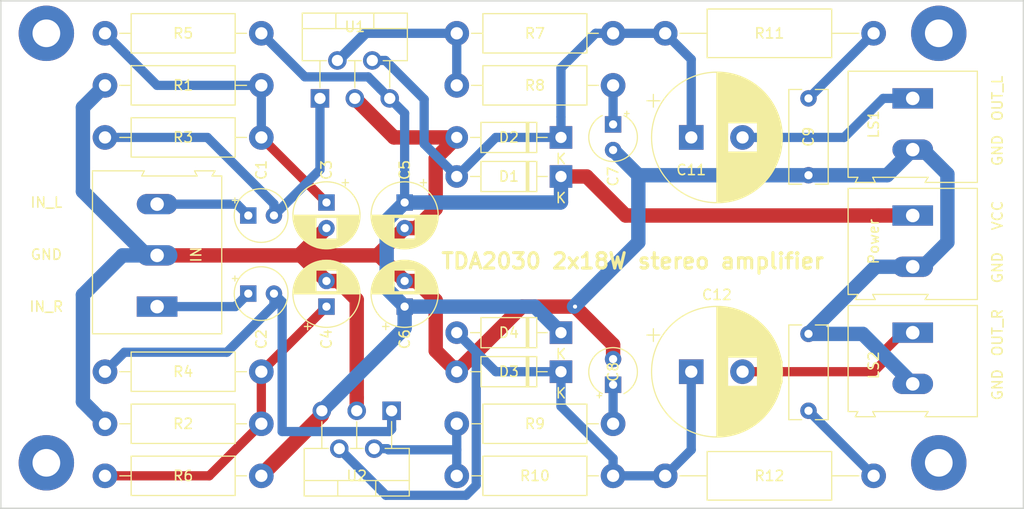
<source format=kicad_pcb>
(kicad_pcb (version 20171130) (host pcbnew "(5.0.0)")
  (layers (0 F.Cu signal) (31 B.Cu signal) (34 B.Paste user) (35 F.Paste user hide) (36 B.SilkS user) (37 F.SilkS user) (38 B.Mask user) (39 F.Mask user) (44 Edge.Cuts user))
  (net 0 "")
  (net 1 "Net-(C1-Pad2)")
  (net 2 "Net-(C1-Pad1)")
  (net 3 "Net-(C2-Pad1)")
  (net 4 "Net-(C2-Pad2)")
  (net 5 GND)
  (net 6 "Net-(C3-Pad1)")
  (net 7 "Net-(C4-Pad1)")
  (net 8 VCC)
  (net 9 "Net-(C7-Pad1)")
  (net 10 "Net-(C8-Pad1)")
  (net 11 "Net-(C9-Pad1)")
  (net 12 "Net-(C10-Pad1)")
  (net 13 "Net-(C11-Pad2)")
  (net 14 "Net-(C11-Pad1)")
  (net 15 "Net-(C12-Pad1)")
  (net 16 "Net-(C12-Pad2)")
  (net 17 "Net-(R7-Pad2)")
  (net 18 "Net-(R10-Pad2)")
  (net 19 "Net-(MH3-Pad1)")
  (net 20 "Net-(MH2-Pad1)")
  (net 21 "Net-(MH4-Pad1)")
  (net 22 "Net-(MH1-Pad1)")
  (module MountingHole:MountingHole_2.7mm_M2.5_Pad (layer F.Cu) (at 22.225 91.44)
    (fp_text reference MH1 hide)
    (fp_text value MountingHole_Pad)
    (pad 1 thru_hole circle (at 0 0) (size 5.4 5.4) (drill 2.7) (layers *.Cu *.Mask) (net 22 "Net-(MH1-Pad1)"))
  )
  (module MountingHole:MountingHole_2.7mm_M2.5_Pad (layer F.Cu) (at 22.225 49.53)
    (fp_text reference MH4 hide)
    (fp_text value MountingHole_Pad)
    (pad 1 thru_hole circle (at 0 0) (size 5.4 5.4) (drill 2.7) (layers *.Cu *.Mask) (net 21 "Net-(MH4-Pad1)"))
  )
  (module MountingHole:MountingHole_2.7mm_M2.5_Pad (layer F.Cu) (at 109.22 49.53)
    (fp_text reference MH2 hide)
    (fp_text value MountingHole_Pad)
    (pad 1 thru_hole circle (at 0 0) (size 5.4 5.4) (drill 2.7) (layers *.Cu *.Mask) (net 20 "Net-(MH2-Pad1)"))
  )
  (module MountingHole:MountingHole_2.7mm_M2.5_Pad (layer F.Cu) (at 109.22 91.44)
    (fp_text reference MH3 hide)
    (fp_text value MountingHole_Pad)
    (pad 1 thru_hole circle (at 0 0) (size 5.4 5.4) (drill 2.7) (layers *.Cu *.Mask) (net 19 "Net-(MH3-Pad1)"))
  )
  (module Capacitor_THT:CP_Radial_Tantal_D5.0mm_P2.50mm (layer F.Cu) (at 41.91 67.31)
    (fp_text reference C1 (at 1.27 -4.445 90) (layer F.SilkS))
    (fp_text value 10u)
    (pad 1 thru_hole rect (at 0 0) (size 1.6 1.6) (drill 0.8) (layers *.Cu *.Mask) (net 2 "Net-(C1-Pad1)"))
    (pad 2 thru_hole circle (at 2.5 0) (size 1.6 1.6) (drill 0.8) (layers *.Cu *.Mask) (net 1 "Net-(C1-Pad2)"))
  )
  (module Capacitor_THT:CP_Radial_Tantal_D5.0mm_P2.50mm (layer F.Cu) (at 41.91 74.93)
    (fp_text reference C2 (at 1.27 4.445 90) (layer F.SilkS))
    (fp_text value 10u)
    (pad 1 thru_hole rect (at 0 0) (size 1.6 1.6) (drill 0.8) (layers *.Cu *.Mask) (net 3 "Net-(C2-Pad1)"))
    (pad 2 thru_hole circle (at 2.5 0) (size 1.6 1.6) (drill 0.8) (layers *.Cu *.Mask) (net 4 "Net-(C2-Pad2)"))
  )
  (module Capacitor_THT:CP_Radial_D6.3mm_P2.50mm (layer F.Cu) (at 49.53 66.04 270)
    (fp_text reference C3 (at -3.175 0 270) (layer F.SilkS))
    (fp_text value 22u/40V)
    (pad 2 thru_hole circle (at 2.5 0 270) (size 1.6 1.6) (drill 0.8) (layers *.Cu *.Mask) (net 5 GND))
    (pad 1 thru_hole rect (at 0 0 270) (size 1.6 1.6) (drill 0.8) (layers *.Cu *.Mask) (net 6 "Net-(C3-Pad1)"))
  )
  (module Capacitor_THT:CP_Radial_D6.3mm_P2.50mm (layer F.Cu) (at 49.53 76.2 90)
    (fp_text reference C4 (at -3.175 0 90) (layer F.SilkS))
    (fp_text value 22u/40V)
    (pad 1 thru_hole rect (at 0 0 90) (size 1.6 1.6) (drill 0.8) (layers *.Cu *.Mask) (net 7 "Net-(C4-Pad1)"))
    (pad 2 thru_hole circle (at 2.5 0 90) (size 1.6 1.6) (drill 0.8) (layers *.Cu *.Mask) (net 5 GND))
  )
  (module Capacitor_THT:CP_Radial_D6.3mm_P2.50mm (layer F.Cu) (at 57.15 66.04 270)
    (fp_text reference C5 (at -3.175 0 270) (layer F.SilkS))
    (fp_text value 22u/40V)
    (pad 1 thru_hole rect (at 0 0 270) (size 1.6 1.6) (drill 0.8) (layers *.Cu *.Mask) (net 8 VCC))
    (pad 2 thru_hole circle (at 2.5 0 270) (size 1.6 1.6) (drill 0.8) (layers *.Cu *.Mask) (net 5 GND))
  )
  (module Package_TO_SOT_THT:TO-220-5_P3.4x3.7mm_StaggerOdd_Lead3.8mm_Vertical (layer F.Cu) (at 55.88 86.36 180)
    (fp_text reference U2 (at 3.4 -6.35 180) (layer F.SilkS))
    (fp_text value TDA2030)
    (pad 5 thru_hole oval (at 6.8 0 180) (size 1.8 1.8) (drill 1.1) (layers *.Cu *.Mask) (net 8 VCC))
    (pad 4 thru_hole oval (at 5.1 -3.7 180) (size 1.8 1.8) (drill 1.1) (layers *.Cu *.Mask) (net 15 "Net-(C12-Pad1)"))
    (pad 3 thru_hole oval (at 3.4 0 180) (size 1.8 1.8) (drill 1.1) (layers *.Cu *.Mask) (net 5 GND))
    (pad 2 thru_hole oval (at 1.7 -3.7 180) (size 1.8 1.8) (drill 1.1) (layers *.Cu *.Mask) (net 18 "Net-(R10-Pad2)"))
    (pad 1 thru_hole rect (at 0 0 180) (size 1.8 1.8) (drill 1.1) (layers *.Cu *.Mask) (net 4 "Net-(C2-Pad2)"))
  )
  (module Package_TO_SOT_THT:TO-220-5_P3.4x3.7mm_StaggerOdd_Lead3.8mm_Vertical (layer F.Cu) (at 48.895 55.88)
    (fp_text reference U1 (at 3.4 -6.985) (layer F.SilkS))
    (fp_text value TDA2030)
    (pad 1 thru_hole rect (at 0 0) (size 1.8 1.8) (drill 1.1) (layers *.Cu *.Mask) (net 1 "Net-(C1-Pad2)"))
    (pad 2 thru_hole oval (at 1.7 -3.7) (size 1.8 1.8) (drill 1.1) (layers *.Cu *.Mask) (net 17 "Net-(R7-Pad2)"))
    (pad 3 thru_hole oval (at 3.4 0) (size 1.8 1.8) (drill 1.1) (layers *.Cu *.Mask) (net 5 GND))
    (pad 4 thru_hole oval (at 5.1 -3.7) (size 1.8 1.8) (drill 1.1) (layers *.Cu *.Mask) (net 14 "Net-(C11-Pad1)"))
    (pad 5 thru_hole oval (at 6.8 0) (size 1.8 1.8) (drill 1.1) (layers *.Cu *.Mask) (net 8 VCC))
  )
  (module Resistor_THT:R_Axial_DIN0411_L9.9mm_D3.6mm_P15.24mm_Horizontal (layer F.Cu) (at 43.18 54.61 180)
    (fp_text reference R1 (at 7.62 0 180) (layer F.SilkS))
    (fp_text value 100k)
    (pad 1 thru_hole circle (at 0 0 180) (size 2.4 2.4) (drill 1.2) (layers *.Cu *.Mask) (net 6 "Net-(C3-Pad1)"))
    (pad 2 thru_hole oval (at 15.24 0 180) (size 2.4 2.4) (drill 1.2) (layers *.Cu *.Mask) (net 5 GND))
  )
  (module TerminalBlock:TerminalBlock_Altech_AK300-2_P5.00mm (layer F.Cu) (at 106.68 67.31 270)
    (fp_text reference Power (at 2.54 3.81 270) (layer F.SilkS))
    (fp_text value Power)
    (pad 1 thru_hole rect (at 0 0 270) (size 1.98 3.96) (drill 1.32) (layers *.Cu *.Mask) (net 8 VCC))
    (pad 2 thru_hole oval (at 5 0 270) (size 1.98 3.96) (drill 1.32) (layers *.Cu *.Mask) (net 5 GND))
  )
  (module Capacitor_THT:CP_Radial_D6.3mm_P2.50mm (layer F.Cu) (at 57.15 76.2 90)
    (fp_text reference C6 (at -3.175 0 90) (layer F.SilkS))
    (fp_text value 22u/40V)
    (pad 2 thru_hole circle (at 2.5 0 90) (size 1.6 1.6) (drill 0.8) (layers *.Cu *.Mask) (net 5 GND))
    (pad 1 thru_hole rect (at 0 0 90) (size 1.6 1.6) (drill 0.8) (layers *.Cu *.Mask) (net 8 VCC))
  )
  (module Capacitor_THT:CP_Radial_Tantal_D4.5mm_P2.50mm (layer F.Cu) (at 77.47 58.42 270)
    (fp_text reference C7 (at 5.08 0 270) (layer F.SilkS))
    (fp_text value 4,7u/40V)
    (pad 2 thru_hole circle (at 2.5 0 270) (size 1.6 1.6) (drill 0.8) (layers *.Cu *.Mask) (net 5 GND))
    (pad 1 thru_hole rect (at 0 0 270) (size 1.6 1.6) (drill 0.8) (layers *.Cu *.Mask) (net 9 "Net-(C7-Pad1)"))
  )
  (module Capacitor_THT:CP_Radial_Tantal_D4.5mm_P2.50mm (layer F.Cu) (at 77.47 83.82 90)
    (fp_text reference C8 (at 1.25 0 90) (layer F.SilkS))
    (fp_text value 4,7u/40V)
    (pad 1 thru_hole rect (at 0 0 90) (size 1.6 1.6) (drill 0.8) (layers *.Cu *.Mask) (net 10 "Net-(C8-Pad1)"))
    (pad 2 thru_hole circle (at 2.5 0 90) (size 1.6 1.6) (drill 0.8) (layers *.Cu *.Mask) (net 5 GND))
  )
  (module Capacitor_THT:C_Rect_L9.0mm_W3.6mm_P7.50mm_MKT (layer F.Cu) (at 96.52 55.88 270)
    (fp_text reference C9 (at 3.75 0 270) (layer F.SilkS))
    (fp_text value 150n)
    (pad 1 thru_hole circle (at 0 0 270) (size 1.6 1.6) (drill 0.8) (layers *.Cu *.Mask) (net 11 "Net-(C9-Pad1)"))
    (pad 2 thru_hole circle (at 7.5 0 270) (size 1.6 1.6) (drill 0.8) (layers *.Cu *.Mask) (net 5 GND))
  )
  (module Capacitor_THT:C_Rect_L9.0mm_W3.6mm_P7.50mm_MKT (layer F.Cu) (at 96.52 86.36 90)
    (fp_text reference C10 (at 3.75 -3.05 90) (layer F.SilkS))
    (fp_text value 150n)
    (pad 2 thru_hole circle (at 7.5 0 90) (size 1.6 1.6) (drill 0.8) (layers *.Cu *.Mask) (net 5 GND))
    (pad 1 thru_hole circle (at 0 0 90) (size 1.6 1.6) (drill 0.8) (layers *.Cu *.Mask) (net 12 "Net-(C10-Pad1)"))
  )
  (module Capacitor_THT:CP_Radial_D12.5mm_P5.00mm (layer F.Cu) (at 85.09 59.69)
    (fp_text reference C11 (at 0 3.175) (layer F.SilkS))
    (fp_text value 1000u)
    (pad 2 thru_hole circle (at 5 0) (size 2.4 2.4) (drill 1.2) (layers *.Cu *.Mask) (net 13 "Net-(C11-Pad2)"))
    (pad 1 thru_hole rect (at 0 0) (size 2.4 2.4) (drill 1.2) (layers *.Cu *.Mask) (net 14 "Net-(C11-Pad1)"))
  )
  (module Capacitor_THT:CP_Radial_D12.5mm_P5.00mm (layer F.Cu) (at 85.09 82.55)
    (fp_text reference C12 (at 2.5 -7.5) (layer F.SilkS))
    (fp_text value 1000u)
    (pad 1 thru_hole rect (at 0 0) (size 2.4 2.4) (drill 1.2) (layers *.Cu *.Mask) (net 15 "Net-(C12-Pad1)"))
    (pad 2 thru_hole circle (at 5 0) (size 2.4 2.4) (drill 1.2) (layers *.Cu *.Mask) (net 16 "Net-(C12-Pad2)"))
  )
  (module Diode_THT:D_DO-41_SOD81_P10.16mm_Horizontal (layer F.Cu) (at 72.39 63.5 180)
    (fp_text reference D1 (at 5.08 0 180) (layer F.SilkS))
    (fp_text value 1N4007)
    (fp_text user K (at 0 -2.1 180) (layer F.SilkS))
    (pad 2 thru_hole oval (at 10.16 0 180) (size 2.2 2.2) (drill 1.1) (layers *.Cu *.Mask) (net 14 "Net-(C11-Pad1)"))
    (pad 1 thru_hole rect (at 0 0 180) (size 2.2 2.2) (drill 1.1) (layers *.Cu *.Mask) (net 8 VCC))
  )
  (module Diode_THT:D_DO-41_SOD81_P10.16mm_Horizontal (layer F.Cu) (at 72.39 59.69 180)
    (fp_text reference D2 (at 5.08 0 180) (layer F.SilkS))
    (fp_text value 1N4007)
    (fp_text user K (at 0 -2.1 180) (layer F.SilkS))
    (pad 1 thru_hole rect (at 0 0 180) (size 2.2 2.2) (drill 1.1) (layers *.Cu *.Mask) (net 14 "Net-(C11-Pad1)"))
    (pad 2 thru_hole oval (at 10.16 0 180) (size 2.2 2.2) (drill 1.1) (layers *.Cu *.Mask) (net 5 GND))
  )
  (module Diode_THT:D_DO-41_SOD81_P10.16mm_Horizontal (layer F.Cu) (at 72.39 82.55 180)
    (fp_text reference D3 (at 5.08 0 180) (layer F.SilkS))
    (fp_text value 1N4007)
    (fp_text user K (at 0 -2.1 180) (layer F.SilkS))
    (pad 2 thru_hole oval (at 10.16 0 180) (size 2.2 2.2) (drill 1.1) (layers *.Cu *.Mask) (net 5 GND))
    (pad 1 thru_hole rect (at 0 0 180) (size 2.2 2.2) (drill 1.1) (layers *.Cu *.Mask) (net 15 "Net-(C12-Pad1)"))
  )
  (module Diode_THT:D_DO-41_SOD81_P10.16mm_Horizontal (layer F.Cu) (at 72.39 78.74 180)
    (fp_text reference D4 (at 5.08 0 180) (layer F.SilkS))
    (fp_text value 1N4007)
    (fp_text user K (at 0 -2.1 180) (layer F.SilkS))
    (pad 1 thru_hole rect (at 0 0 180) (size 2.2 2.2) (drill 1.1) (layers *.Cu *.Mask) (net 8 VCC))
    (pad 2 thru_hole oval (at 10.16 0 180) (size 2.2 2.2) (drill 1.1) (layers *.Cu *.Mask) (net 15 "Net-(C12-Pad1)"))
  )
  (module TerminalBlock:TerminalBlock_Altech_AK300-3_P5.00mm (layer F.Cu) (at 33.02 76.2 90)
    (fp_text reference IN (at 5.08 3.81 90) (layer F.SilkS))
    (fp_text value "AUDIO IN")
    (pad 3 thru_hole oval (at 10 0 90) (size 1.98 3.96) (drill 1.32) (layers *.Cu *.Mask) (net 2 "Net-(C1-Pad1)"))
    (pad 2 thru_hole oval (at 5 0 90) (size 1.98 3.96) (drill 1.32) (layers *.Cu *.Mask) (net 5 GND))
    (pad 1 thru_hole rect (at 0 0 90) (size 1.98 3.96) (drill 1.32) (layers *.Cu *.Mask) (net 3 "Net-(C2-Pad1)"))
  )
  (module TerminalBlock:TerminalBlock_Altech_AK300-2_P5.00mm (layer F.Cu) (at 106.68 55.88 270)
    (fp_text reference LS1 (at 2.54 3.81 270) (layer F.SilkS))
    (fp_text value "Speaker L")
    (pad 2 thru_hole oval (at 5 0 270) (size 1.98 3.96) (drill 1.32) (layers *.Cu *.Mask) (net 5 GND))
    (pad 1 thru_hole rect (at 0 0 270) (size 1.98 3.96) (drill 1.32) (layers *.Cu *.Mask) (net 13 "Net-(C11-Pad2)"))
  )
  (module TerminalBlock:TerminalBlock_Altech_AK300-2_P5.00mm (layer F.Cu) (at 106.68 78.74 270)
    (fp_text reference LS2 (at 3.175 3.81 270) (layer F.SilkS))
    (fp_text value "Speaker R")
    (pad 1 thru_hole rect (at 0 0 270) (size 1.98 3.96) (drill 1.32) (layers *.Cu *.Mask) (net 16 "Net-(C12-Pad2)"))
    (pad 2 thru_hole oval (at 5 0 270) (size 1.98 3.96) (drill 1.32) (layers *.Cu *.Mask) (net 5 GND))
  )
  (module Resistor_THT:R_Axial_DIN0411_L9.9mm_D3.6mm_P15.24mm_Horizontal (layer F.Cu) (at 43.18 87.63 180)
    (fp_text reference R2 (at 7.62 0 180) (layer F.SilkS))
    (fp_text value 100k)
    (pad 2 thru_hole oval (at 15.24 0 180) (size 2.4 2.4) (drill 1.2) (layers *.Cu *.Mask) (net 5 GND))
    (pad 1 thru_hole circle (at 0 0 180) (size 2.4 2.4) (drill 1.2) (layers *.Cu *.Mask) (net 7 "Net-(C4-Pad1)"))
  )
  (module Resistor_THT:R_Axial_DIN0411_L9.9mm_D3.6mm_P15.24mm_Horizontal (layer F.Cu) (at 43.18 59.69 180)
    (fp_text reference R3 (at 7.62 0 180) (layer F.SilkS))
    (fp_text value 100k)
    (pad 2 thru_hole oval (at 15.24 0 180) (size 2.4 2.4) (drill 1.2) (layers *.Cu *.Mask) (net 1 "Net-(C1-Pad2)"))
    (pad 1 thru_hole circle (at 0 0 180) (size 2.4 2.4) (drill 1.2) (layers *.Cu *.Mask) (net 6 "Net-(C3-Pad1)"))
  )
  (module Resistor_THT:R_Axial_DIN0411_L9.9mm_D3.6mm_P15.24mm_Horizontal (layer F.Cu) (at 43.18 82.55 180)
    (fp_text reference R4 (at 7.62 0 180) (layer F.SilkS))
    (fp_text value 100k)
    (pad 1 thru_hole circle (at 0 0 180) (size 2.4 2.4) (drill 1.2) (layers *.Cu *.Mask) (net 7 "Net-(C4-Pad1)"))
    (pad 2 thru_hole oval (at 15.24 0 180) (size 2.4 2.4) (drill 1.2) (layers *.Cu *.Mask) (net 4 "Net-(C2-Pad2)"))
  )
  (module Resistor_THT:R_Axial_DIN0411_L9.9mm_D3.6mm_P15.24mm_Horizontal (layer F.Cu) (at 43.18 49.53 180)
    (fp_text reference R5 (at 7.62 0 180) (layer F.SilkS))
    (fp_text value 100k)
    (pad 1 thru_hole circle (at 0 0 180) (size 2.4 2.4) (drill 1.2) (layers *.Cu *.Mask) (net 8 VCC))
    (pad 2 thru_hole oval (at 15.24 0 180) (size 2.4 2.4) (drill 1.2) (layers *.Cu *.Mask) (net 6 "Net-(C3-Pad1)"))
  )
  (module Resistor_THT:R_Axial_DIN0411_L9.9mm_D3.6mm_P15.24mm_Horizontal (layer F.Cu) (at 43.18 92.71 180)
    (fp_text reference R6 (at 7.62 0 180) (layer F.SilkS))
    (fp_text value 100k)
    (pad 2 thru_hole oval (at 15.24 0 180) (size 2.4 2.4) (drill 1.2) (layers *.Cu *.Mask) (net 7 "Net-(C4-Pad1)"))
    (pad 1 thru_hole circle (at 0 0 180) (size 2.4 2.4) (drill 1.2) (layers *.Cu *.Mask) (net 8 VCC))
  )
  (module Resistor_THT:R_Axial_DIN0411_L9.9mm_D3.6mm_P15.24mm_Horizontal (layer F.Cu) (at 77.47 49.53 180)
    (fp_text reference R7 (at 7.62 0 180) (layer F.SilkS))
    (fp_text value 150k)
    (pad 2 thru_hole oval (at 15.24 0 180) (size 2.4 2.4) (drill 1.2) (layers *.Cu *.Mask) (net 17 "Net-(R7-Pad2)"))
    (pad 1 thru_hole circle (at 0 0 180) (size 2.4 2.4) (drill 1.2) (layers *.Cu *.Mask) (net 14 "Net-(C11-Pad1)"))
  )
  (module Resistor_THT:R_Axial_DIN0411_L9.9mm_D3.6mm_P15.24mm_Horizontal (layer F.Cu) (at 62.23 54.61)
    (fp_text reference R8 (at 7.62 0) (layer F.SilkS))
    (fp_text value 5,6k)
    (pad 1 thru_hole circle (at 0 0) (size 2.4 2.4) (drill 1.2) (layers *.Cu *.Mask) (net 17 "Net-(R7-Pad2)"))
    (pad 2 thru_hole oval (at 15.24 0) (size 2.4 2.4) (drill 1.2) (layers *.Cu *.Mask) (net 9 "Net-(C7-Pad1)"))
  )
  (module Resistor_THT:R_Axial_DIN0411_L9.9mm_D3.6mm_P15.24mm_Horizontal (layer F.Cu) (at 62.23 87.63)
    (fp_text reference R9 (at 7.62 0) (layer F.SilkS))
    (fp_text value 5,6k)
    (pad 1 thru_hole circle (at 0 0) (size 2.4 2.4) (drill 1.2) (layers *.Cu *.Mask) (net 18 "Net-(R10-Pad2)"))
    (pad 2 thru_hole oval (at 15.24 0) (size 2.4 2.4) (drill 1.2) (layers *.Cu *.Mask) (net 10 "Net-(C8-Pad1)"))
  )
  (module Resistor_THT:R_Axial_DIN0411_L9.9mm_D3.6mm_P15.24mm_Horizontal (layer F.Cu) (at 77.47 92.71 180)
    (fp_text reference R10 (at 7.62 0 180) (layer F.SilkS))
    (fp_text value 150k)
    (pad 2 thru_hole oval (at 15.24 0 180) (size 2.4 2.4) (drill 1.2) (layers *.Cu *.Mask) (net 18 "Net-(R10-Pad2)"))
    (pad 1 thru_hole circle (at 0 0 180) (size 2.4 2.4) (drill 1.2) (layers *.Cu *.Mask) (net 15 "Net-(C12-Pad1)"))
  )
  (module Resistor_THT:R_Axial_DIN0414_L11.9mm_D4.5mm_P20.32mm_Horizontal (layer F.Cu) (at 82.55 49.53)
    (fp_text reference R11 (at 10.16 0) (layer F.SilkS))
    (fp_text value 1)
    (pad 2 thru_hole oval (at 20.32 0) (size 2.4 2.4) (drill 1.2) (layers *.Cu *.Mask) (net 11 "Net-(C9-Pad1)"))
    (pad 1 thru_hole circle (at 0 0) (size 2.4 2.4) (drill 1.2) (layers *.Cu *.Mask) (net 14 "Net-(C11-Pad1)"))
  )
  (module Resistor_THT:R_Axial_DIN0414_L11.9mm_D4.5mm_P20.32mm_Horizontal (layer F.Cu) (at 82.55 92.71)
    (fp_text reference R12 (at 10.16 0) (layer F.SilkS))
    (fp_text value 1)
    (pad 1 thru_hole circle (at 0 0) (size 2.4 2.4) (drill 1.2) (layers *.Cu *.Mask) (net 15 "Net-(C12-Pad1)"))
    (pad 2 thru_hole oval (at 20.32 0) (size 2.4 2.4) (drill 1.2) (layers *.Cu *.Mask) (net 12 "Net-(C10-Pad1)"))
  )
  (gr_text OUT_L (at 114.935 55.88 90) (layer F.SilkS) (effects (font (size 1 1))))
  (gr_text VCC (at 114.935 67.31 90) (layer F.SilkS) (effects (font (size 1 1))))
  (gr_text OUT_R (at 114.935 78.74 90) (layer F.SilkS) (effects (font (size 1 1))))
  (gr_text GND (at 114.935 83.82 90) (layer F.SilkS) (effects (font (size 1 1))))
  (gr_text GND (at 114.935 72.39 90) (layer F.SilkS) (effects (font (size 1 1))))
  (gr_text GND (at 114.935 60.96 90) (layer F.SilkS) (effects (font (size 1 1))))
  (gr_text "TDA2030 2x18W stereo amplifier" (at 79.375 71.755) (layer F.SilkS) (effects (font (size 1.5 1.5) (thickness 0.3))))
  (gr_text IN_R (at 22.225 76.2) (layer F.SilkS) (effects (font (size 1 1))))
  (gr_text GND (at 22.225 71.12) (layer F.SilkS) (effects (font (size 1 1))))
  (gr_text IN_L (at 22.225 66.04) (layer F.SilkS) (effects (font (size 1 1))))
  (gr_line (start 17.78 95.885) (end 117.475 95.885) (layer Edge.Cuts) (width 0.15))
  (gr_line (start 17.78 95.885) (end 17.78 46.355) (layer Edge.Cuts) (width 0.15))
  (gr_line (start 117.475 46.355) (end 117.475 95.885) (layer Edge.Cuts) (width 0.15))
  (gr_line (start 17.78 46.355) (end 117.475 46.355) (layer Edge.Cuts) (width 0.15))
  (segment (start 44.41 66.17863) (end 44.41 67.31) (width 0.9) (layer B.Cu) (net 1))
  (segment (start 37.92137 59.69) (end 44.41 66.17863) (width 0.9) (layer B.Cu) (net 1))
  (segment (start 27.94 59.69) (end 37.92137 59.69) (width 0.9) (layer B.Cu) (net 1))
  (segment (start 48.895 62.825) (end 48.895 55.88) (width 0.9) (layer B.Cu) (net 1))
  (segment (start 44.41 67.31) (end 48.895 62.825) (width 0.9) (layer B.Cu) (net 1))
  (segment (start 40.8 66.2) (end 41.91 67.31) (width 0.9) (layer B.Cu) (net 2))
  (segment (start 33.02 66.2) (end 40.8 66.2) (width 0.9) (layer B.Cu) (net 2))
  (segment (start 40.64 76.2) (end 41.91 74.93) (width 0.9) (layer B.Cu) (net 3))
  (segment (start 33.02 76.2) (end 40.64 76.2) (width 0.9) (layer B.Cu) (net 3))
  (segment (start 44.41 76.06137) (end 44.41 74.93) (width 0.9) (layer B.Cu) (net 4))
  (segment (start 39.821371 80.649999) (end 44.41 76.06137) (width 0.9) (layer B.Cu) (net 4))
  (segment (start 29.840001 80.649999) (end 39.821371 80.649999) (width 0.9) (layer B.Cu) (net 4))
  (segment (start 27.94 82.55) (end 29.840001 80.649999) (width 0.9) (layer B.Cu) (net 4))
  (segment (start 55.88 88.16) (end 55.88 86.36) (width 0.9) (layer B.Cu) (net 4))
  (segment (start 55.650001 88.389999) (end 55.88 88.16) (width 0.9) (layer B.Cu) (net 4))
  (segment (start 45.209999 88.389999) (end 55.650001 88.389999) (width 0.9) (layer B.Cu) (net 4))
  (segment (start 45.209999 75.729999) (end 45.209999 88.389999) (width 0.9) (layer B.Cu) (net 4))
  (segment (start 44.41 74.93) (end 45.209999 75.729999) (width 0.9) (layer B.Cu) (net 4))
  (segment (start 33.02 71.2) (end 46.87 71.2) (width 0.25) (layer F.Cu) (net 5))
  (segment (start 46.87 71.2) (end 47.03 71.2) (width 0.25) (layer F.Cu) (net 5))
  (segment (start 46.87 71.2) (end 54.49 71.2) (width 0.25) (layer F.Cu) (net 5))
  (segment (start 105.69 83.74) (end 106.68 83.74) (width 0.25) (layer B.Cu) (net 5))
  (segment (start 33.02 71.2) (end 54.65 71.2) (width 0.9) (layer F.Cu) (net 5))
  (segment (start 46.87 71.2) (end 49.53 68.54) (width 0.9) (layer F.Cu) (net 5))
  (segment (start 33.02 71.2) (end 32.03 71.2) (width 0.9) (layer F.Cu) (net 5))
  (segment (start 32.03 71.2) (end 33.02 71.2) (width 1.4) (layer B.Cu) (net 5))
  (segment (start 25.789999 64.959999) (end 32.03 71.2) (width 1.4) (layer B.Cu) (net 5))
  (segment (start 25.789999 56.760001) (end 25.789999 64.959999) (width 1.4) (layer B.Cu) (net 5))
  (segment (start 27.94 54.61) (end 25.789999 56.760001) (width 1.4) (layer B.Cu) (net 5))
  (segment (start 26.740001 86.430001) (end 27.94 87.63) (width 1.4) (layer B.Cu) (net 5))
  (segment (start 25.789999 85.479999) (end 26.740001 86.430001) (width 1.4) (layer B.Cu) (net 5))
  (segment (start 25.789999 75.050001) (end 25.789999 85.479999) (width 1.4) (layer B.Cu) (net 5))
  (segment (start 29.64 71.2) (end 25.789999 75.050001) (width 1.4) (layer B.Cu) (net 5))
  (segment (start 33.02 71.2) (end 29.64 71.2) (width 1.4) (layer B.Cu) (net 5))
  (segment (start 54.49 71.2) (end 57.15 68.54) (width 1.4) (layer F.Cu) (net 5))
  (segment (start 33.02 71.2) (end 54.49 71.2) (width 1.4) (layer F.Cu) (net 5))
  (segment (start 54.65 71.2) (end 57.15 73.7) (width 1.4) (layer F.Cu) (net 5))
  (segment (start 54.49 71.2) (end 54.65 71.2) (width 1.4) (layer F.Cu) (net 5))
  (segment (start 47.03 71.04) (end 49.53 68.54) (width 1.4) (layer F.Cu) (net 5))
  (segment (start 47.03 71.2) (end 47.03 71.04) (width 1.4) (layer F.Cu) (net 5))
  (segment (start 47.03 71.2) (end 49.53 73.7) (width 1.4) (layer F.Cu) (net 5))
  (segment (start 52.48 85.087208) (end 52.48 86.36) (width 1.4) (layer F.Cu) (net 5))
  (segment (start 52.48 75.51863) (end 52.48 85.087208) (width 1.4) (layer F.Cu) (net 5))
  (segment (start 50.66137 73.7) (end 52.48 75.51863) (width 1.4) (layer F.Cu) (net 5))
  (segment (start 49.53 73.7) (end 50.66137 73.7) (width 1.4) (layer F.Cu) (net 5))
  (segment (start 61.130001 81.450001) (end 62.23 82.55) (width 1.4) (layer F.Cu) (net 5))
  (segment (start 60.179999 80.499999) (end 61.130001 81.450001) (width 1.4) (layer F.Cu) (net 5))
  (segment (start 60.179999 75.598629) (end 60.179999 80.499999) (width 1.4) (layer F.Cu) (net 5))
  (segment (start 58.28137 73.7) (end 60.179999 75.598629) (width 1.4) (layer F.Cu) (net 5))
  (segment (start 57.15 73.7) (end 58.28137 73.7) (width 1.4) (layer F.Cu) (net 5))
  (segment (start 62.23 82.55) (end 68.58 76.2) (width 1.4) (layer F.Cu) (net 5))
  (segment (start 77.47 80.18863) (end 77.47 81.32) (width 1.4) (layer F.Cu) (net 5))
  (segment (start 77.47 79.909998) (end 77.47 80.18863) (width 1.4) (layer F.Cu) (net 5))
  (segment (start 73.760002 76.2) (end 73.760002 76.2) (width 1.4) (layer F.Cu) (net 5))
  (segment (start 68.58 76.2) (end 73.760002 76.2) (width 1.4) (layer F.Cu) (net 5))
  (segment (start 61.130001 60.789999) (end 62.23 59.69) (width 1.4) (layer F.Cu) (net 5))
  (segment (start 60.179999 61.740001) (end 61.130001 60.789999) (width 1.4) (layer F.Cu) (net 5))
  (segment (start 60.179999 66.641371) (end 60.179999 61.740001) (width 1.4) (layer F.Cu) (net 5))
  (segment (start 58.28137 68.54) (end 60.179999 66.641371) (width 1.4) (layer F.Cu) (net 5))
  (segment (start 57.15 68.54) (end 58.28137 68.54) (width 1.4) (layer F.Cu) (net 5))
  (segment (start 56.105 59.69) (end 52.295 55.88) (width 1.4) (layer F.Cu) (net 5))
  (segment (start 62.23 59.69) (end 56.105 59.69) (width 1.4) (layer F.Cu) (net 5))
  (segment (start 79.93 63.38) (end 79.93 69.93) (width 1.4) (layer B.Cu) (net 5))
  (segment (start 79.93 69.93) (end 73.66 76.2) (width 1.4) (layer B.Cu) (net 5))
  (segment (start 73.760002 76.2) (end 77.47 79.909998) (width 1.4) (layer F.Cu) (net 5))
  (via (at 73.760002 76.2) (size 0.8) (drill 0.4) (layers F.Cu B.Cu) (net 5))
  (segment (start 79.93 63.38) (end 77.47 60.92) (width 1.4) (layer B.Cu) (net 5))
  (segment (start 79.93 63.38) (end 96.52 63.38) (width 1.4) (layer B.Cu) (net 5))
  (segment (start 104.18 63.38) (end 106.68 60.88) (width 1.4) (layer B.Cu) (net 5))
  (segment (start 96.52 63.38) (end 104.18 63.38) (width 1.4) (layer B.Cu) (net 5))
  (segment (start 107.67 72.31) (end 106.68 72.31) (width 1.4) (layer B.Cu) (net 5))
  (segment (start 110.06 69.92) (end 107.67 72.31) (width 1.4) (layer B.Cu) (net 5))
  (segment (start 110.06 63.27) (end 110.06 69.92) (width 1.4) (layer B.Cu) (net 5))
  (segment (start 107.67 60.88) (end 110.06 63.27) (width 1.4) (layer B.Cu) (net 5))
  (segment (start 106.68 60.88) (end 107.67 60.88) (width 1.4) (layer B.Cu) (net 5))
  (segment (start 103.07 72.31) (end 96.52 78.86) (width 1.4) (layer B.Cu) (net 5))
  (segment (start 106.68 72.31) (end 103.07 72.31) (width 1.4) (layer B.Cu) (net 5))
  (segment (start 101.8 78.86) (end 106.68 83.74) (width 1.4) (layer B.Cu) (net 5))
  (segment (start 96.52 78.86) (end 101.8 78.86) (width 1.4) (layer B.Cu) (net 5))
  (segment (start 33.02 54.61) (end 43.18 54.61) (width 0.9) (layer B.Cu) (net 6))
  (segment (start 27.94 49.53) (end 33.02 54.61) (width 0.9) (layer B.Cu) (net 6))
  (segment (start 43.18 59.69) (end 49.53 66.04) (width 0.9) (layer F.Cu) (net 6))
  (segment (start 43.18 54.61) (end 43.18 59.69) (width 0.9) (layer B.Cu) (net 6))
  (segment (start 49.53 76.2) (end 43.18 82.55) (width 0.9) (layer F.Cu) (net 7))
  (segment (start 43.18 82.55) (end 43.18 87.63) (width 0.9) (layer F.Cu) (net 7))
  (segment (start 38.1 92.71) (end 43.18 87.63) (width 0.9) (layer F.Cu) (net 7))
  (segment (start 27.94 92.71) (end 38.1 92.71) (width 0.9) (layer F.Cu) (net 7))
  (segment (start 57.15 57.335) (end 55.695 55.88) (width 0.9) (layer B.Cu) (net 8))
  (segment (start 57.15 66.04) (end 57.15 57.335) (width 0.9) (layer B.Cu) (net 8))
  (segment (start 54.795001 54.980001) (end 55.695 55.88) (width 0.9) (layer B.Cu) (net 8))
  (segment (start 53.595001 53.780001) (end 54.795001 54.980001) (width 0.9) (layer B.Cu) (net 8))
  (segment (start 47.430001 53.780001) (end 53.595001 53.780001) (width 0.9) (layer B.Cu) (net 8))
  (segment (start 43.18 49.53) (end 47.430001 53.780001) (width 0.9) (layer B.Cu) (net 8))
  (segment (start 48.895 86.175) (end 49.08 86.36) (width 0.9) (layer F.Cu) (net 8))
  (segment (start 43.18 92.26) (end 49.08 86.36) (width 0.9) (layer F.Cu) (net 8))
  (segment (start 43.18 92.71) (end 43.18 92.26) (width 0.9) (layer F.Cu) (net 8))
  (segment (start 103.3 67.31) (end 106.68 67.31) (width 1.4) (layer F.Cu) (net 8))
  (segment (start 78.7 67.31) (end 103.3 67.31) (width 1.4) (layer F.Cu) (net 8))
  (segment (start 74.89 63.5) (end 78.7 67.31) (width 1.4) (layer F.Cu) (net 8))
  (segment (start 72.39 63.5) (end 74.89 63.5) (width 1.4) (layer F.Cu) (net 8))
  (segment (start 59.35 66.04) (end 57.15 66.04) (width 1.4) (layer B.Cu) (net 8))
  (segment (start 72.35 66.04) (end 59.35 66.04) (width 1.4) (layer B.Cu) (net 8))
  (segment (start 72.39 66) (end 72.35 66.04) (width 1.4) (layer B.Cu) (net 8))
  (segment (start 72.39 63.5) (end 72.39 66) (width 1.4) (layer B.Cu) (net 8))
  (segment (start 55.399999 74.449999) (end 57.15 76.2) (width 1.4) (layer B.Cu) (net 8))
  (segment (start 55.399999 67.790001) (end 55.399999 74.449999) (width 1.4) (layer B.Cu) (net 8))
  (segment (start 57.15 66.04) (end 55.399999 67.790001) (width 1.4) (layer B.Cu) (net 8))
  (segment (start 69.85 76.2) (end 72.39 78.74) (width 1.4) (layer B.Cu) (net 8))
  (segment (start 57.15 76.2) (end 69.85 76.2) (width 1.4) (layer B.Cu) (net 8))
  (segment (start 57.15 78.29) (end 49.08 86.36) (width 1.4) (layer B.Cu) (net 8))
  (segment (start 57.15 76.2) (end 57.15 78.29) (width 1.4) (layer B.Cu) (net 8))
  (segment (start 49.08 86.81) (end 43.18 92.71) (width 1.4) (layer F.Cu) (net 8))
  (segment (start 49.08 86.36) (end 49.08 86.81) (width 1.4) (layer F.Cu) (net 8))
  (segment (start 77.47 54.61) (end 77.47 58.42) (width 0.9) (layer B.Cu) (net 9))
  (segment (start 77.47 83.82) (end 77.47 87.63) (width 0.9) (layer B.Cu) (net 10))
  (segment (start 96.52 55.88) (end 102.87 49.53) (width 0.9) (layer B.Cu) (net 11))
  (segment (start 96.52 86.36) (end 102.87 92.71) (width 0.9) (layer B.Cu) (net 12))
  (segment (start 105.69 55.88) (end 106.68 55.88) (width 0.9) (layer B.Cu) (net 13))
  (segment (start 91.787056 59.69) (end 90.09 59.69) (width 0.9) (layer B.Cu) (net 13))
  (segment (start 99.99 59.69) (end 91.787056 59.69) (width 0.9) (layer B.Cu) (net 13))
  (segment (start 103.8 55.88) (end 99.99 59.69) (width 0.9) (layer B.Cu) (net 13))
  (segment (start 106.68 55.88) (end 103.8 55.88) (width 0.9) (layer B.Cu) (net 13))
  (segment (start 85.09 52.07) (end 82.55 49.53) (width 0.9) (layer B.Cu) (net 14))
  (segment (start 85.09 59.69) (end 85.09 52.07) (width 0.9) (layer B.Cu) (net 14))
  (segment (start 82.55 49.53) (end 77.47 49.53) (width 0.9) (layer B.Cu) (net 14))
  (segment (start 72.39 57.69) (end 72.39 59.69) (width 0.9) (layer B.Cu) (net 14))
  (segment (start 72.39 52.912944) (end 72.39 57.69) (width 0.9) (layer B.Cu) (net 14))
  (segment (start 75.772944 49.53) (end 72.39 52.912944) (width 0.9) (layer B.Cu) (net 14))
  (segment (start 77.47 49.53) (end 75.772944 49.53) (width 0.9) (layer B.Cu) (net 14))
  (segment (start 66.04 59.69) (end 62.23 63.5) (width 0.9) (layer B.Cu) (net 14))
  (segment (start 72.39 59.69) (end 66.04 59.69) (width 0.9) (layer B.Cu) (net 14))
  (segment (start 55.267792 52.18) (end 53.995 52.18) (width 0.9) (layer B.Cu) (net 14))
  (segment (start 59.055 55.967208) (end 55.267792 52.18) (width 0.9) (layer B.Cu) (net 14))
  (segment (start 59.055 60.325) (end 59.055 55.967208) (width 0.9) (layer B.Cu) (net 14))
  (segment (start 62.23 63.5) (end 59.055 60.325) (width 0.9) (layer B.Cu) (net 14))
  (segment (start 85.09 90.17) (end 82.55 92.71) (width 0.9) (layer B.Cu) (net 15))
  (segment (start 85.09 82.55) (end 85.09 90.17) (width 0.9) (layer B.Cu) (net 15))
  (segment (start 82.55 92.71) (end 77.47 92.71) (width 0.9) (layer B.Cu) (net 15))
  (segment (start 72.39 84.55) (end 72.39 82.55) (width 0.9) (layer B.Cu) (net 15))
  (segment (start 72.39 85.932944) (end 72.39 84.55) (width 0.9) (layer B.Cu) (net 15))
  (segment (start 77.47 91.012944) (end 72.39 85.932944) (width 0.9) (layer B.Cu) (net 15))
  (segment (start 77.47 92.71) (end 77.47 91.012944) (width 0.9) (layer B.Cu) (net 15))
  (segment (start 66.04 82.55) (end 62.23 78.74) (width 0.9) (layer B.Cu) (net 15))
  (segment (start 72.39 82.55) (end 66.04 82.55) (width 0.9) (layer B.Cu) (net 15))
  (segment (start 64.130001 80.640001) (end 63.329999 79.839999) (width 0.9) (layer B.Cu) (net 15))
  (segment (start 63.142001 94.610001) (end 64.130001 93.622001) (width 0.9) (layer B.Cu) (net 15))
  (segment (start 63.329999 79.839999) (end 62.23 78.74) (width 0.9) (layer B.Cu) (net 15))
  (segment (start 55.330001 94.610001) (end 63.142001 94.610001) (width 0.9) (layer B.Cu) (net 15))
  (segment (start 64.130001 93.622001) (end 64.130001 80.640001) (width 0.9) (layer B.Cu) (net 15))
  (segment (start 50.78 90.06) (end 55.330001 94.610001) (width 0.9) (layer B.Cu) (net 15))
  (segment (start 105.69 78.74) (end 106.68 78.74) (width 0.9) (layer F.Cu) (net 16))
  (segment (start 103.8 80.63) (end 105.69 78.74) (width 0.9) (layer F.Cu) (net 16))
  (segment (start 103.8 81.62) (end 103.8 80.63) (width 0.9) (layer F.Cu) (net 16))
  (segment (start 102.87 82.55) (end 103.8 81.62) (width 0.9) (layer F.Cu) (net 16))
  (segment (start 90.09 82.55) (end 102.87 82.55) (width 0.9) (layer F.Cu) (net 16))
  (segment (start 53.88 49.53) (end 62.23 49.53) (width 0.25) (layer B.Cu) (net 17))
  (segment (start 51.23 52.18) (end 53.88 49.53) (width 0.25) (layer B.Cu) (net 17))
  (segment (start 53.245 49.53) (end 62.23 49.53) (width 0.9) (layer B.Cu) (net 17))
  (segment (start 50.595 52.18) (end 53.245 49.53) (width 0.9) (layer B.Cu) (net 17))
  (segment (start 62.23 49.53) (end 62.23 54.61) (width 0.9) (layer B.Cu) (net 17))
  (segment (start 62.23 87.63) (end 62.23 90.17) (width 0.25) (layer B.Cu) (net 18))
  (segment (start 62.23 90.17) (end 62.23 92.71) (width 0.25) (layer B.Cu) (net 18))
  (segment (start 62.23 87.63) (end 62.23 92.71) (width 0.9) (layer B.Cu) (net 18))
  (segment (start 55.562792 90.17) (end 62.23 90.17) (width 0.9) (layer B.Cu) (net 18))
  (segment (start 55.452792 90.06) (end 55.562792 90.17) (width 0.9) (layer B.Cu) (net 18))
  (segment (start 54.18 90.06) (end 55.452792 90.06) (width 0.9) (layer B.Cu) (net 18))
)
</source>
